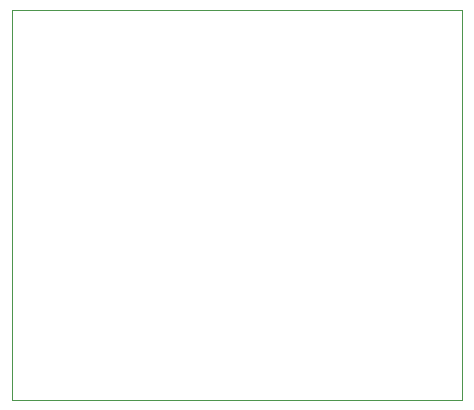
<source format=gbr>
%TF.GenerationSoftware,KiCad,Pcbnew,(5.1.9)-1*%
%TF.CreationDate,2021-10-08T16:41:08-07:00*%
%TF.ProjectId,LED-Controller-ESP-12F,4c45442d-436f-46e7-9472-6f6c6c65722d,A*%
%TF.SameCoordinates,Original*%
%TF.FileFunction,Profile,NP*%
%FSLAX46Y46*%
G04 Gerber Fmt 4.6, Leading zero omitted, Abs format (unit mm)*
G04 Created by KiCad (PCBNEW (5.1.9)-1) date 2021-10-08 16:41:08*
%MOMM*%
%LPD*%
G01*
G04 APERTURE LIST*
%TA.AperFunction,Profile*%
%ADD10C,0.050000*%
%TD*%
G04 APERTURE END LIST*
D10*
X143383000Y-99441000D02*
X105219500Y-99441000D01*
X143383000Y-132461000D02*
X143383000Y-99441000D01*
X105219500Y-132461000D02*
X143383000Y-132461000D01*
X105219500Y-99441000D02*
X105219500Y-132461000D01*
M02*

</source>
